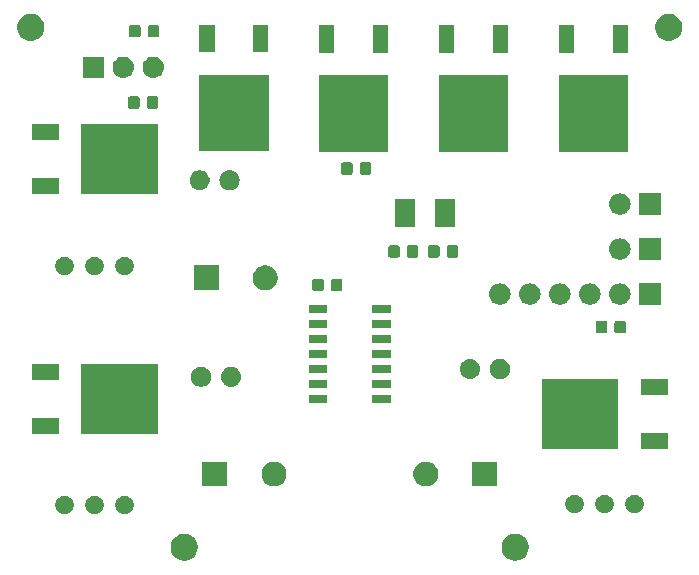
<source format=gts>
G04 #@! TF.GenerationSoftware,KiCad,Pcbnew,(5.1.0)-1*
G04 #@! TF.CreationDate,2019-07-03T00:11:45+02:00*
G04 #@! TF.ProjectId,Sequencer_board,53657175-656e-4636-9572-5f626f617264,V0-1*
G04 #@! TF.SameCoordinates,Original*
G04 #@! TF.FileFunction,Soldermask,Top*
G04 #@! TF.FilePolarity,Negative*
%FSLAX46Y46*%
G04 Gerber Fmt 4.6, Leading zero omitted, Abs format (unit mm)*
G04 Created by KiCad (PCBNEW (5.1.0)-1) date 2019-07-03 00:11:45*
%MOMM*%
%LPD*%
G04 APERTURE LIST*
%ADD10C,0.100000*%
G04 APERTURE END LIST*
D10*
G36*
X94224549Y-135871116D02*
G01*
X94335734Y-135893232D01*
X94545203Y-135979997D01*
X94733720Y-136105960D01*
X94894040Y-136266280D01*
X95020003Y-136454797D01*
X95106768Y-136664266D01*
X95151000Y-136886636D01*
X95151000Y-137113364D01*
X95106768Y-137335734D01*
X95020003Y-137545203D01*
X94894040Y-137733720D01*
X94733720Y-137894040D01*
X94545203Y-138020003D01*
X94335734Y-138106768D01*
X94224549Y-138128884D01*
X94113365Y-138151000D01*
X93886635Y-138151000D01*
X93775451Y-138128884D01*
X93664266Y-138106768D01*
X93454797Y-138020003D01*
X93266280Y-137894040D01*
X93105960Y-137733720D01*
X92979997Y-137545203D01*
X92893232Y-137335734D01*
X92849000Y-137113364D01*
X92849000Y-136886636D01*
X92893232Y-136664266D01*
X92979997Y-136454797D01*
X93105960Y-136266280D01*
X93266280Y-136105960D01*
X93454797Y-135979997D01*
X93664266Y-135893232D01*
X93775451Y-135871116D01*
X93886635Y-135849000D01*
X94113365Y-135849000D01*
X94224549Y-135871116D01*
X94224549Y-135871116D01*
G37*
G36*
X66224549Y-135871116D02*
G01*
X66335734Y-135893232D01*
X66545203Y-135979997D01*
X66733720Y-136105960D01*
X66894040Y-136266280D01*
X67020003Y-136454797D01*
X67106768Y-136664266D01*
X67151000Y-136886636D01*
X67151000Y-137113364D01*
X67106768Y-137335734D01*
X67020003Y-137545203D01*
X66894040Y-137733720D01*
X66733720Y-137894040D01*
X66545203Y-138020003D01*
X66335734Y-138106768D01*
X66224549Y-138128884D01*
X66113365Y-138151000D01*
X65886635Y-138151000D01*
X65775451Y-138128884D01*
X65664266Y-138106768D01*
X65454797Y-138020003D01*
X65266280Y-137894040D01*
X65105960Y-137733720D01*
X64979997Y-137545203D01*
X64893232Y-137335734D01*
X64849000Y-137113364D01*
X64849000Y-136886636D01*
X64893232Y-136664266D01*
X64979997Y-136454797D01*
X65105960Y-136266280D01*
X65266280Y-136105960D01*
X65454797Y-135979997D01*
X65664266Y-135893232D01*
X65775451Y-135871116D01*
X65886635Y-135849000D01*
X66113365Y-135849000D01*
X66224549Y-135871116D01*
X66224549Y-135871116D01*
G37*
G36*
X58520189Y-132665076D02*
G01*
X58619493Y-132684829D01*
X58759806Y-132742948D01*
X58886084Y-132827325D01*
X58993475Y-132934716D01*
X59077852Y-133060994D01*
X59135971Y-133201307D01*
X59165600Y-133350263D01*
X59165600Y-133502137D01*
X59135971Y-133651093D01*
X59077852Y-133791406D01*
X58993475Y-133917684D01*
X58886084Y-134025075D01*
X58759806Y-134109452D01*
X58619493Y-134167571D01*
X58520189Y-134187324D01*
X58470538Y-134197200D01*
X58318662Y-134197200D01*
X58269011Y-134187324D01*
X58169707Y-134167571D01*
X58029394Y-134109452D01*
X57903116Y-134025075D01*
X57795725Y-133917684D01*
X57711348Y-133791406D01*
X57653229Y-133651093D01*
X57623600Y-133502137D01*
X57623600Y-133350263D01*
X57653229Y-133201307D01*
X57711348Y-133060994D01*
X57795725Y-132934716D01*
X57903116Y-132827325D01*
X58029394Y-132742948D01*
X58169707Y-132684829D01*
X58269011Y-132665076D01*
X58318662Y-132655200D01*
X58470538Y-132655200D01*
X58520189Y-132665076D01*
X58520189Y-132665076D01*
G37*
G36*
X55980189Y-132665076D02*
G01*
X56079493Y-132684829D01*
X56219806Y-132742948D01*
X56346084Y-132827325D01*
X56453475Y-132934716D01*
X56537852Y-133060994D01*
X56595971Y-133201307D01*
X56625600Y-133350263D01*
X56625600Y-133502137D01*
X56595971Y-133651093D01*
X56537852Y-133791406D01*
X56453475Y-133917684D01*
X56346084Y-134025075D01*
X56219806Y-134109452D01*
X56079493Y-134167571D01*
X55980189Y-134187324D01*
X55930538Y-134197200D01*
X55778662Y-134197200D01*
X55729011Y-134187324D01*
X55629707Y-134167571D01*
X55489394Y-134109452D01*
X55363116Y-134025075D01*
X55255725Y-133917684D01*
X55171348Y-133791406D01*
X55113229Y-133651093D01*
X55083600Y-133502137D01*
X55083600Y-133350263D01*
X55113229Y-133201307D01*
X55171348Y-133060994D01*
X55255725Y-132934716D01*
X55363116Y-132827325D01*
X55489394Y-132742948D01*
X55629707Y-132684829D01*
X55729011Y-132665076D01*
X55778662Y-132655200D01*
X55930538Y-132655200D01*
X55980189Y-132665076D01*
X55980189Y-132665076D01*
G37*
G36*
X61060189Y-132665076D02*
G01*
X61159493Y-132684829D01*
X61299806Y-132742948D01*
X61426084Y-132827325D01*
X61533475Y-132934716D01*
X61617852Y-133060994D01*
X61675971Y-133201307D01*
X61705600Y-133350263D01*
X61705600Y-133502137D01*
X61675971Y-133651093D01*
X61617852Y-133791406D01*
X61533475Y-133917684D01*
X61426084Y-134025075D01*
X61299806Y-134109452D01*
X61159493Y-134167571D01*
X61060189Y-134187324D01*
X61010538Y-134197200D01*
X60858662Y-134197200D01*
X60809011Y-134187324D01*
X60709707Y-134167571D01*
X60569394Y-134109452D01*
X60443116Y-134025075D01*
X60335725Y-133917684D01*
X60251348Y-133791406D01*
X60193229Y-133651093D01*
X60163600Y-133502137D01*
X60163600Y-133350263D01*
X60193229Y-133201307D01*
X60251348Y-133060994D01*
X60335725Y-132934716D01*
X60443116Y-132827325D01*
X60569394Y-132742948D01*
X60709707Y-132684829D01*
X60809011Y-132665076D01*
X60858662Y-132655200D01*
X61010538Y-132655200D01*
X61060189Y-132665076D01*
X61060189Y-132665076D01*
G37*
G36*
X104240189Y-132588876D02*
G01*
X104339493Y-132608629D01*
X104479806Y-132666748D01*
X104606084Y-132751125D01*
X104713475Y-132858516D01*
X104797852Y-132984794D01*
X104855971Y-133125107D01*
X104885600Y-133274063D01*
X104885600Y-133425937D01*
X104855971Y-133574893D01*
X104797852Y-133715206D01*
X104713475Y-133841484D01*
X104606084Y-133948875D01*
X104479806Y-134033252D01*
X104339493Y-134091371D01*
X104248593Y-134109452D01*
X104190538Y-134121000D01*
X104038662Y-134121000D01*
X103980607Y-134109452D01*
X103889707Y-134091371D01*
X103749394Y-134033252D01*
X103623116Y-133948875D01*
X103515725Y-133841484D01*
X103431348Y-133715206D01*
X103373229Y-133574893D01*
X103343600Y-133425937D01*
X103343600Y-133274063D01*
X103373229Y-133125107D01*
X103431348Y-132984794D01*
X103515725Y-132858516D01*
X103623116Y-132751125D01*
X103749394Y-132666748D01*
X103889707Y-132608629D01*
X103989011Y-132588876D01*
X104038662Y-132579000D01*
X104190538Y-132579000D01*
X104240189Y-132588876D01*
X104240189Y-132588876D01*
G37*
G36*
X101700189Y-132588876D02*
G01*
X101799493Y-132608629D01*
X101939806Y-132666748D01*
X102066084Y-132751125D01*
X102173475Y-132858516D01*
X102257852Y-132984794D01*
X102315971Y-133125107D01*
X102345600Y-133274063D01*
X102345600Y-133425937D01*
X102315971Y-133574893D01*
X102257852Y-133715206D01*
X102173475Y-133841484D01*
X102066084Y-133948875D01*
X101939806Y-134033252D01*
X101799493Y-134091371D01*
X101708593Y-134109452D01*
X101650538Y-134121000D01*
X101498662Y-134121000D01*
X101440607Y-134109452D01*
X101349707Y-134091371D01*
X101209394Y-134033252D01*
X101083116Y-133948875D01*
X100975725Y-133841484D01*
X100891348Y-133715206D01*
X100833229Y-133574893D01*
X100803600Y-133425937D01*
X100803600Y-133274063D01*
X100833229Y-133125107D01*
X100891348Y-132984794D01*
X100975725Y-132858516D01*
X101083116Y-132751125D01*
X101209394Y-132666748D01*
X101349707Y-132608629D01*
X101449011Y-132588876D01*
X101498662Y-132579000D01*
X101650538Y-132579000D01*
X101700189Y-132588876D01*
X101700189Y-132588876D01*
G37*
G36*
X99160189Y-132588876D02*
G01*
X99259493Y-132608629D01*
X99399806Y-132666748D01*
X99526084Y-132751125D01*
X99633475Y-132858516D01*
X99717852Y-132984794D01*
X99775971Y-133125107D01*
X99805600Y-133274063D01*
X99805600Y-133425937D01*
X99775971Y-133574893D01*
X99717852Y-133715206D01*
X99633475Y-133841484D01*
X99526084Y-133948875D01*
X99399806Y-134033252D01*
X99259493Y-134091371D01*
X99168593Y-134109452D01*
X99110538Y-134121000D01*
X98958662Y-134121000D01*
X98900607Y-134109452D01*
X98809707Y-134091371D01*
X98669394Y-134033252D01*
X98543116Y-133948875D01*
X98435725Y-133841484D01*
X98351348Y-133715206D01*
X98293229Y-133574893D01*
X98263600Y-133425937D01*
X98263600Y-133274063D01*
X98293229Y-133125107D01*
X98351348Y-132984794D01*
X98435725Y-132858516D01*
X98543116Y-132751125D01*
X98669394Y-132666748D01*
X98809707Y-132608629D01*
X98909011Y-132588876D01*
X98958662Y-132579000D01*
X99110538Y-132579000D01*
X99160189Y-132588876D01*
X99160189Y-132588876D01*
G37*
G36*
X69631000Y-131861000D02*
G01*
X67529000Y-131861000D01*
X67529000Y-129759000D01*
X69631000Y-129759000D01*
X69631000Y-131861000D01*
X69631000Y-131861000D01*
G37*
G36*
X92491000Y-131861000D02*
G01*
X90389000Y-131861000D01*
X90389000Y-129759000D01*
X92491000Y-129759000D01*
X92491000Y-131861000D01*
X92491000Y-131861000D01*
G37*
G36*
X86746564Y-129799389D02*
G01*
X86937833Y-129878615D01*
X86937835Y-129878616D01*
X87109973Y-129993635D01*
X87256365Y-130140027D01*
X87371385Y-130312167D01*
X87450611Y-130503436D01*
X87491000Y-130706484D01*
X87491000Y-130913516D01*
X87450611Y-131116564D01*
X87371385Y-131307833D01*
X87371384Y-131307835D01*
X87256365Y-131479973D01*
X87109973Y-131626365D01*
X86937835Y-131741384D01*
X86937834Y-131741385D01*
X86937833Y-131741385D01*
X86746564Y-131820611D01*
X86543516Y-131861000D01*
X86336484Y-131861000D01*
X86133436Y-131820611D01*
X85942167Y-131741385D01*
X85942166Y-131741385D01*
X85942165Y-131741384D01*
X85770027Y-131626365D01*
X85623635Y-131479973D01*
X85508616Y-131307835D01*
X85508615Y-131307833D01*
X85429389Y-131116564D01*
X85389000Y-130913516D01*
X85389000Y-130706484D01*
X85429389Y-130503436D01*
X85508615Y-130312167D01*
X85623635Y-130140027D01*
X85770027Y-129993635D01*
X85942165Y-129878616D01*
X85942167Y-129878615D01*
X86133436Y-129799389D01*
X86336484Y-129759000D01*
X86543516Y-129759000D01*
X86746564Y-129799389D01*
X86746564Y-129799389D01*
G37*
G36*
X73886564Y-129799389D02*
G01*
X74077833Y-129878615D01*
X74077835Y-129878616D01*
X74249973Y-129993635D01*
X74396365Y-130140027D01*
X74511385Y-130312167D01*
X74590611Y-130503436D01*
X74631000Y-130706484D01*
X74631000Y-130913516D01*
X74590611Y-131116564D01*
X74511385Y-131307833D01*
X74511384Y-131307835D01*
X74396365Y-131479973D01*
X74249973Y-131626365D01*
X74077835Y-131741384D01*
X74077834Y-131741385D01*
X74077833Y-131741385D01*
X73886564Y-131820611D01*
X73683516Y-131861000D01*
X73476484Y-131861000D01*
X73273436Y-131820611D01*
X73082167Y-131741385D01*
X73082166Y-131741385D01*
X73082165Y-131741384D01*
X72910027Y-131626365D01*
X72763635Y-131479973D01*
X72648616Y-131307835D01*
X72648615Y-131307833D01*
X72569389Y-131116564D01*
X72529000Y-130913516D01*
X72529000Y-130706484D01*
X72569389Y-130503436D01*
X72648615Y-130312167D01*
X72763635Y-130140027D01*
X72910027Y-129993635D01*
X73082165Y-129878616D01*
X73082167Y-129878615D01*
X73273436Y-129799389D01*
X73476484Y-129759000D01*
X73683516Y-129759000D01*
X73886564Y-129799389D01*
X73886564Y-129799389D01*
G37*
G36*
X102751000Y-128681000D02*
G01*
X96249000Y-128681000D01*
X96249000Y-122779000D01*
X102751000Y-122779000D01*
X102751000Y-128681000D01*
X102751000Y-128681000D01*
G37*
G36*
X106951000Y-128661000D02*
G01*
X104649000Y-128661000D01*
X104649000Y-127359000D01*
X106951000Y-127359000D01*
X106951000Y-128661000D01*
X106951000Y-128661000D01*
G37*
G36*
X63771000Y-127411000D02*
G01*
X57269000Y-127411000D01*
X57269000Y-121509000D01*
X63771000Y-121509000D01*
X63771000Y-127411000D01*
X63771000Y-127411000D01*
G37*
G36*
X55371000Y-127391000D02*
G01*
X53069000Y-127391000D01*
X53069000Y-126089000D01*
X55371000Y-126089000D01*
X55371000Y-127391000D01*
X55371000Y-127391000D01*
G37*
G36*
X78111000Y-124811000D02*
G01*
X76509000Y-124811000D01*
X76509000Y-124109000D01*
X78111000Y-124109000D01*
X78111000Y-124811000D01*
X78111000Y-124811000D01*
G37*
G36*
X83511000Y-124811000D02*
G01*
X81909000Y-124811000D01*
X81909000Y-124109000D01*
X83511000Y-124109000D01*
X83511000Y-124811000D01*
X83511000Y-124811000D01*
G37*
G36*
X106951000Y-124101000D02*
G01*
X104649000Y-124101000D01*
X104649000Y-122799000D01*
X106951000Y-122799000D01*
X106951000Y-124101000D01*
X106951000Y-124101000D01*
G37*
G36*
X78111000Y-123541000D02*
G01*
X76509000Y-123541000D01*
X76509000Y-122839000D01*
X78111000Y-122839000D01*
X78111000Y-123541000D01*
X78111000Y-123541000D01*
G37*
G36*
X83511000Y-123541000D02*
G01*
X81909000Y-123541000D01*
X81909000Y-122839000D01*
X83511000Y-122839000D01*
X83511000Y-123541000D01*
X83511000Y-123541000D01*
G37*
G36*
X67659828Y-121762103D02*
G01*
X67814700Y-121826253D01*
X67954081Y-121919385D01*
X68072615Y-122037919D01*
X68165747Y-122177300D01*
X68229897Y-122332172D01*
X68262600Y-122496584D01*
X68262600Y-122664216D01*
X68229897Y-122828628D01*
X68165747Y-122983500D01*
X68072615Y-123122881D01*
X67954081Y-123241415D01*
X67814700Y-123334547D01*
X67659828Y-123398697D01*
X67495416Y-123431400D01*
X67327784Y-123431400D01*
X67163372Y-123398697D01*
X67008500Y-123334547D01*
X66869119Y-123241415D01*
X66750585Y-123122881D01*
X66657453Y-122983500D01*
X66593303Y-122828628D01*
X66560600Y-122664216D01*
X66560600Y-122496584D01*
X66593303Y-122332172D01*
X66657453Y-122177300D01*
X66750585Y-122037919D01*
X66869119Y-121919385D01*
X67008500Y-121826253D01*
X67163372Y-121762103D01*
X67327784Y-121729400D01*
X67495416Y-121729400D01*
X67659828Y-121762103D01*
X67659828Y-121762103D01*
G37*
G36*
X70118423Y-121741713D02*
G01*
X70278842Y-121790376D01*
X70411506Y-121861286D01*
X70426678Y-121869396D01*
X70556259Y-121975741D01*
X70662604Y-122105322D01*
X70662605Y-122105324D01*
X70741624Y-122253158D01*
X70790287Y-122413577D01*
X70806717Y-122580400D01*
X70790287Y-122747223D01*
X70741624Y-122907642D01*
X70701077Y-122983500D01*
X70662604Y-123055478D01*
X70556259Y-123185059D01*
X70426678Y-123291404D01*
X70426676Y-123291405D01*
X70278842Y-123370424D01*
X70118423Y-123419087D01*
X69993404Y-123431400D01*
X69909796Y-123431400D01*
X69784777Y-123419087D01*
X69624358Y-123370424D01*
X69476524Y-123291405D01*
X69476522Y-123291404D01*
X69346941Y-123185059D01*
X69240596Y-123055478D01*
X69202123Y-122983500D01*
X69161576Y-122907642D01*
X69112913Y-122747223D01*
X69096483Y-122580400D01*
X69112913Y-122413577D01*
X69161576Y-122253158D01*
X69240595Y-122105324D01*
X69240596Y-122105322D01*
X69346941Y-121975741D01*
X69476522Y-121869396D01*
X69491694Y-121861286D01*
X69624358Y-121790376D01*
X69784777Y-121741713D01*
X69909796Y-121729400D01*
X69993404Y-121729400D01*
X70118423Y-121741713D01*
X70118423Y-121741713D01*
G37*
G36*
X55371000Y-122831000D02*
G01*
X53069000Y-122831000D01*
X53069000Y-121529000D01*
X55371000Y-121529000D01*
X55371000Y-122831000D01*
X55371000Y-122831000D01*
G37*
G36*
X90336823Y-121081313D02*
G01*
X90497242Y-121129976D01*
X90564361Y-121165852D01*
X90645078Y-121208996D01*
X90774659Y-121315341D01*
X90881004Y-121444922D01*
X90881005Y-121444924D01*
X90960024Y-121592758D01*
X91008687Y-121753177D01*
X91025117Y-121920000D01*
X91008687Y-122086823D01*
X90960024Y-122247242D01*
X90919477Y-122323100D01*
X90881004Y-122395078D01*
X90774659Y-122524659D01*
X90645078Y-122631004D01*
X90645076Y-122631005D01*
X90497242Y-122710024D01*
X90336823Y-122758687D01*
X90211804Y-122771000D01*
X90128196Y-122771000D01*
X90003177Y-122758687D01*
X89842758Y-122710024D01*
X89694924Y-122631005D01*
X89694922Y-122631004D01*
X89565341Y-122524659D01*
X89458996Y-122395078D01*
X89420523Y-122323100D01*
X89379976Y-122247242D01*
X89331313Y-122086823D01*
X89314883Y-121920000D01*
X89331313Y-121753177D01*
X89379976Y-121592758D01*
X89458995Y-121444924D01*
X89458996Y-121444922D01*
X89565341Y-121315341D01*
X89694922Y-121208996D01*
X89775639Y-121165852D01*
X89842758Y-121129976D01*
X90003177Y-121081313D01*
X90128196Y-121069000D01*
X90211804Y-121069000D01*
X90336823Y-121081313D01*
X90336823Y-121081313D01*
G37*
G36*
X92958228Y-121101703D02*
G01*
X93113100Y-121165853D01*
X93252481Y-121258985D01*
X93371015Y-121377519D01*
X93464147Y-121516900D01*
X93528297Y-121671772D01*
X93561000Y-121836184D01*
X93561000Y-122003816D01*
X93528297Y-122168228D01*
X93464147Y-122323100D01*
X93371015Y-122462481D01*
X93252481Y-122581015D01*
X93113100Y-122674147D01*
X92958228Y-122738297D01*
X92793816Y-122771000D01*
X92626184Y-122771000D01*
X92461772Y-122738297D01*
X92306900Y-122674147D01*
X92167519Y-122581015D01*
X92048985Y-122462481D01*
X91955853Y-122323100D01*
X91891703Y-122168228D01*
X91859000Y-122003816D01*
X91859000Y-121836184D01*
X91891703Y-121671772D01*
X91955853Y-121516900D01*
X92048985Y-121377519D01*
X92167519Y-121258985D01*
X92306900Y-121165853D01*
X92461772Y-121101703D01*
X92626184Y-121069000D01*
X92793816Y-121069000D01*
X92958228Y-121101703D01*
X92958228Y-121101703D01*
G37*
G36*
X83511000Y-122271000D02*
G01*
X81909000Y-122271000D01*
X81909000Y-121569000D01*
X83511000Y-121569000D01*
X83511000Y-122271000D01*
X83511000Y-122271000D01*
G37*
G36*
X78111000Y-122271000D02*
G01*
X76509000Y-122271000D01*
X76509000Y-121569000D01*
X78111000Y-121569000D01*
X78111000Y-122271000D01*
X78111000Y-122271000D01*
G37*
G36*
X78111000Y-121001000D02*
G01*
X76509000Y-121001000D01*
X76509000Y-120299000D01*
X78111000Y-120299000D01*
X78111000Y-121001000D01*
X78111000Y-121001000D01*
G37*
G36*
X83511000Y-121001000D02*
G01*
X81909000Y-121001000D01*
X81909000Y-120299000D01*
X83511000Y-120299000D01*
X83511000Y-121001000D01*
X83511000Y-121001000D01*
G37*
G36*
X83511000Y-119731000D02*
G01*
X81909000Y-119731000D01*
X81909000Y-119029000D01*
X83511000Y-119029000D01*
X83511000Y-119731000D01*
X83511000Y-119731000D01*
G37*
G36*
X78111000Y-119731000D02*
G01*
X76509000Y-119731000D01*
X76509000Y-119029000D01*
X78111000Y-119029000D01*
X78111000Y-119731000D01*
X78111000Y-119731000D01*
G37*
G36*
X101662591Y-117842085D02*
G01*
X101696569Y-117852393D01*
X101727890Y-117869134D01*
X101755339Y-117891661D01*
X101777866Y-117919110D01*
X101794607Y-117950431D01*
X101804915Y-117984409D01*
X101809000Y-118025890D01*
X101809000Y-118702110D01*
X101804915Y-118743591D01*
X101794607Y-118777569D01*
X101777866Y-118808890D01*
X101755339Y-118836339D01*
X101727890Y-118858866D01*
X101696569Y-118875607D01*
X101662591Y-118885915D01*
X101621110Y-118890000D01*
X101019890Y-118890000D01*
X100978409Y-118885915D01*
X100944431Y-118875607D01*
X100913110Y-118858866D01*
X100885661Y-118836339D01*
X100863134Y-118808890D01*
X100846393Y-118777569D01*
X100836085Y-118743591D01*
X100832000Y-118702110D01*
X100832000Y-118025890D01*
X100836085Y-117984409D01*
X100846393Y-117950431D01*
X100863134Y-117919110D01*
X100885661Y-117891661D01*
X100913110Y-117869134D01*
X100944431Y-117852393D01*
X100978409Y-117842085D01*
X101019890Y-117838000D01*
X101621110Y-117838000D01*
X101662591Y-117842085D01*
X101662591Y-117842085D01*
G37*
G36*
X103237591Y-117842085D02*
G01*
X103271569Y-117852393D01*
X103302890Y-117869134D01*
X103330339Y-117891661D01*
X103352866Y-117919110D01*
X103369607Y-117950431D01*
X103379915Y-117984409D01*
X103384000Y-118025890D01*
X103384000Y-118702110D01*
X103379915Y-118743591D01*
X103369607Y-118777569D01*
X103352866Y-118808890D01*
X103330339Y-118836339D01*
X103302890Y-118858866D01*
X103271569Y-118875607D01*
X103237591Y-118885915D01*
X103196110Y-118890000D01*
X102594890Y-118890000D01*
X102553409Y-118885915D01*
X102519431Y-118875607D01*
X102488110Y-118858866D01*
X102460661Y-118836339D01*
X102438134Y-118808890D01*
X102421393Y-118777569D01*
X102411085Y-118743591D01*
X102407000Y-118702110D01*
X102407000Y-118025890D01*
X102411085Y-117984409D01*
X102421393Y-117950431D01*
X102438134Y-117919110D01*
X102460661Y-117891661D01*
X102488110Y-117869134D01*
X102519431Y-117852393D01*
X102553409Y-117842085D01*
X102594890Y-117838000D01*
X103196110Y-117838000D01*
X103237591Y-117842085D01*
X103237591Y-117842085D01*
G37*
G36*
X78111000Y-118461000D02*
G01*
X76509000Y-118461000D01*
X76509000Y-117759000D01*
X78111000Y-117759000D01*
X78111000Y-118461000D01*
X78111000Y-118461000D01*
G37*
G36*
X83511000Y-118461000D02*
G01*
X81909000Y-118461000D01*
X81909000Y-117759000D01*
X83511000Y-117759000D01*
X83511000Y-118461000D01*
X83511000Y-118461000D01*
G37*
G36*
X78111000Y-117191000D02*
G01*
X76509000Y-117191000D01*
X76509000Y-116489000D01*
X78111000Y-116489000D01*
X78111000Y-117191000D01*
X78111000Y-117191000D01*
G37*
G36*
X83511000Y-117191000D02*
G01*
X81909000Y-117191000D01*
X81909000Y-116489000D01*
X83511000Y-116489000D01*
X83511000Y-117191000D01*
X83511000Y-117191000D01*
G37*
G36*
X106311000Y-116471000D02*
G01*
X104509000Y-116471000D01*
X104509000Y-114669000D01*
X106311000Y-114669000D01*
X106311000Y-116471000D01*
X106311000Y-116471000D01*
G37*
G36*
X97900443Y-114675519D02*
G01*
X97966627Y-114682037D01*
X98136466Y-114733557D01*
X98292991Y-114817222D01*
X98328729Y-114846552D01*
X98430186Y-114929814D01*
X98499902Y-115014765D01*
X98542778Y-115067009D01*
X98626443Y-115223534D01*
X98677963Y-115393373D01*
X98695359Y-115570000D01*
X98677963Y-115746627D01*
X98626443Y-115916466D01*
X98542778Y-116072991D01*
X98513448Y-116108729D01*
X98430186Y-116210186D01*
X98328729Y-116293448D01*
X98292991Y-116322778D01*
X98136466Y-116406443D01*
X97966627Y-116457963D01*
X97900442Y-116464482D01*
X97834260Y-116471000D01*
X97745740Y-116471000D01*
X97679558Y-116464482D01*
X97613373Y-116457963D01*
X97443534Y-116406443D01*
X97287009Y-116322778D01*
X97251271Y-116293448D01*
X97149814Y-116210186D01*
X97066552Y-116108729D01*
X97037222Y-116072991D01*
X96953557Y-115916466D01*
X96902037Y-115746627D01*
X96884641Y-115570000D01*
X96902037Y-115393373D01*
X96953557Y-115223534D01*
X97037222Y-115067009D01*
X97080098Y-115014765D01*
X97149814Y-114929814D01*
X97251271Y-114846552D01*
X97287009Y-114817222D01*
X97443534Y-114733557D01*
X97613373Y-114682037D01*
X97679557Y-114675519D01*
X97745740Y-114669000D01*
X97834260Y-114669000D01*
X97900443Y-114675519D01*
X97900443Y-114675519D01*
G37*
G36*
X95360443Y-114675519D02*
G01*
X95426627Y-114682037D01*
X95596466Y-114733557D01*
X95752991Y-114817222D01*
X95788729Y-114846552D01*
X95890186Y-114929814D01*
X95959902Y-115014765D01*
X96002778Y-115067009D01*
X96086443Y-115223534D01*
X96137963Y-115393373D01*
X96155359Y-115570000D01*
X96137963Y-115746627D01*
X96086443Y-115916466D01*
X96002778Y-116072991D01*
X95973448Y-116108729D01*
X95890186Y-116210186D01*
X95788729Y-116293448D01*
X95752991Y-116322778D01*
X95596466Y-116406443D01*
X95426627Y-116457963D01*
X95360442Y-116464482D01*
X95294260Y-116471000D01*
X95205740Y-116471000D01*
X95139558Y-116464482D01*
X95073373Y-116457963D01*
X94903534Y-116406443D01*
X94747009Y-116322778D01*
X94711271Y-116293448D01*
X94609814Y-116210186D01*
X94526552Y-116108729D01*
X94497222Y-116072991D01*
X94413557Y-115916466D01*
X94362037Y-115746627D01*
X94344641Y-115570000D01*
X94362037Y-115393373D01*
X94413557Y-115223534D01*
X94497222Y-115067009D01*
X94540098Y-115014765D01*
X94609814Y-114929814D01*
X94711271Y-114846552D01*
X94747009Y-114817222D01*
X94903534Y-114733557D01*
X95073373Y-114682037D01*
X95139557Y-114675519D01*
X95205740Y-114669000D01*
X95294260Y-114669000D01*
X95360443Y-114675519D01*
X95360443Y-114675519D01*
G37*
G36*
X92820443Y-114675519D02*
G01*
X92886627Y-114682037D01*
X93056466Y-114733557D01*
X93212991Y-114817222D01*
X93248729Y-114846552D01*
X93350186Y-114929814D01*
X93419902Y-115014765D01*
X93462778Y-115067009D01*
X93546443Y-115223534D01*
X93597963Y-115393373D01*
X93615359Y-115570000D01*
X93597963Y-115746627D01*
X93546443Y-115916466D01*
X93462778Y-116072991D01*
X93433448Y-116108729D01*
X93350186Y-116210186D01*
X93248729Y-116293448D01*
X93212991Y-116322778D01*
X93056466Y-116406443D01*
X92886627Y-116457963D01*
X92820442Y-116464482D01*
X92754260Y-116471000D01*
X92665740Y-116471000D01*
X92599558Y-116464482D01*
X92533373Y-116457963D01*
X92363534Y-116406443D01*
X92207009Y-116322778D01*
X92171271Y-116293448D01*
X92069814Y-116210186D01*
X91986552Y-116108729D01*
X91957222Y-116072991D01*
X91873557Y-115916466D01*
X91822037Y-115746627D01*
X91804641Y-115570000D01*
X91822037Y-115393373D01*
X91873557Y-115223534D01*
X91957222Y-115067009D01*
X92000098Y-115014765D01*
X92069814Y-114929814D01*
X92171271Y-114846552D01*
X92207009Y-114817222D01*
X92363534Y-114733557D01*
X92533373Y-114682037D01*
X92599557Y-114675519D01*
X92665740Y-114669000D01*
X92754260Y-114669000D01*
X92820443Y-114675519D01*
X92820443Y-114675519D01*
G37*
G36*
X100440443Y-114675519D02*
G01*
X100506627Y-114682037D01*
X100676466Y-114733557D01*
X100832991Y-114817222D01*
X100868729Y-114846552D01*
X100970186Y-114929814D01*
X101039902Y-115014765D01*
X101082778Y-115067009D01*
X101166443Y-115223534D01*
X101217963Y-115393373D01*
X101235359Y-115570000D01*
X101217963Y-115746627D01*
X101166443Y-115916466D01*
X101082778Y-116072991D01*
X101053448Y-116108729D01*
X100970186Y-116210186D01*
X100868729Y-116293448D01*
X100832991Y-116322778D01*
X100676466Y-116406443D01*
X100506627Y-116457963D01*
X100440442Y-116464482D01*
X100374260Y-116471000D01*
X100285740Y-116471000D01*
X100219558Y-116464482D01*
X100153373Y-116457963D01*
X99983534Y-116406443D01*
X99827009Y-116322778D01*
X99791271Y-116293448D01*
X99689814Y-116210186D01*
X99606552Y-116108729D01*
X99577222Y-116072991D01*
X99493557Y-115916466D01*
X99442037Y-115746627D01*
X99424641Y-115570000D01*
X99442037Y-115393373D01*
X99493557Y-115223534D01*
X99577222Y-115067009D01*
X99620098Y-115014765D01*
X99689814Y-114929814D01*
X99791271Y-114846552D01*
X99827009Y-114817222D01*
X99983534Y-114733557D01*
X100153373Y-114682037D01*
X100219557Y-114675519D01*
X100285740Y-114669000D01*
X100374260Y-114669000D01*
X100440443Y-114675519D01*
X100440443Y-114675519D01*
G37*
G36*
X102980443Y-114675519D02*
G01*
X103046627Y-114682037D01*
X103216466Y-114733557D01*
X103372991Y-114817222D01*
X103408729Y-114846552D01*
X103510186Y-114929814D01*
X103579902Y-115014765D01*
X103622778Y-115067009D01*
X103706443Y-115223534D01*
X103757963Y-115393373D01*
X103775359Y-115570000D01*
X103757963Y-115746627D01*
X103706443Y-115916466D01*
X103622778Y-116072991D01*
X103593448Y-116108729D01*
X103510186Y-116210186D01*
X103408729Y-116293448D01*
X103372991Y-116322778D01*
X103216466Y-116406443D01*
X103046627Y-116457963D01*
X102980442Y-116464482D01*
X102914260Y-116471000D01*
X102825740Y-116471000D01*
X102759558Y-116464482D01*
X102693373Y-116457963D01*
X102523534Y-116406443D01*
X102367009Y-116322778D01*
X102331271Y-116293448D01*
X102229814Y-116210186D01*
X102146552Y-116108729D01*
X102117222Y-116072991D01*
X102033557Y-115916466D01*
X101982037Y-115746627D01*
X101964641Y-115570000D01*
X101982037Y-115393373D01*
X102033557Y-115223534D01*
X102117222Y-115067009D01*
X102160098Y-115014765D01*
X102229814Y-114929814D01*
X102331271Y-114846552D01*
X102367009Y-114817222D01*
X102523534Y-114733557D01*
X102693373Y-114682037D01*
X102759557Y-114675519D01*
X102825740Y-114669000D01*
X102914260Y-114669000D01*
X102980443Y-114675519D01*
X102980443Y-114675519D01*
G37*
G36*
X77659491Y-114286085D02*
G01*
X77693469Y-114296393D01*
X77724790Y-114313134D01*
X77752239Y-114335661D01*
X77774766Y-114363110D01*
X77791507Y-114394431D01*
X77801815Y-114428409D01*
X77805900Y-114469890D01*
X77805900Y-115146110D01*
X77801815Y-115187591D01*
X77791507Y-115221569D01*
X77774766Y-115252890D01*
X77752239Y-115280339D01*
X77724790Y-115302866D01*
X77693469Y-115319607D01*
X77659491Y-115329915D01*
X77618010Y-115334000D01*
X77016790Y-115334000D01*
X76975309Y-115329915D01*
X76941331Y-115319607D01*
X76910010Y-115302866D01*
X76882561Y-115280339D01*
X76860034Y-115252890D01*
X76843293Y-115221569D01*
X76832985Y-115187591D01*
X76828900Y-115146110D01*
X76828900Y-114469890D01*
X76832985Y-114428409D01*
X76843293Y-114394431D01*
X76860034Y-114363110D01*
X76882561Y-114335661D01*
X76910010Y-114313134D01*
X76941331Y-114296393D01*
X76975309Y-114286085D01*
X77016790Y-114282000D01*
X77618010Y-114282000D01*
X77659491Y-114286085D01*
X77659491Y-114286085D01*
G37*
G36*
X79234491Y-114286085D02*
G01*
X79268469Y-114296393D01*
X79299790Y-114313134D01*
X79327239Y-114335661D01*
X79349766Y-114363110D01*
X79366507Y-114394431D01*
X79376815Y-114428409D01*
X79380900Y-114469890D01*
X79380900Y-115146110D01*
X79376815Y-115187591D01*
X79366507Y-115221569D01*
X79349766Y-115252890D01*
X79327239Y-115280339D01*
X79299790Y-115302866D01*
X79268469Y-115319607D01*
X79234491Y-115329915D01*
X79193010Y-115334000D01*
X78591790Y-115334000D01*
X78550309Y-115329915D01*
X78516331Y-115319607D01*
X78485010Y-115302866D01*
X78457561Y-115280339D01*
X78435034Y-115252890D01*
X78418293Y-115221569D01*
X78407985Y-115187591D01*
X78403900Y-115146110D01*
X78403900Y-114469890D01*
X78407985Y-114428409D01*
X78418293Y-114394431D01*
X78435034Y-114363110D01*
X78457561Y-114335661D01*
X78485010Y-114313134D01*
X78516331Y-114296393D01*
X78550309Y-114286085D01*
X78591790Y-114282000D01*
X79193010Y-114282000D01*
X79234491Y-114286085D01*
X79234491Y-114286085D01*
G37*
G36*
X68894400Y-115249400D02*
G01*
X66792400Y-115249400D01*
X66792400Y-113147400D01*
X68894400Y-113147400D01*
X68894400Y-115249400D01*
X68894400Y-115249400D01*
G37*
G36*
X73149964Y-113187789D02*
G01*
X73341233Y-113267015D01*
X73341235Y-113267016D01*
X73366261Y-113283738D01*
X73513373Y-113382035D01*
X73659765Y-113528427D01*
X73774785Y-113700567D01*
X73854011Y-113891836D01*
X73894400Y-114094884D01*
X73894400Y-114301916D01*
X73854011Y-114504964D01*
X73845194Y-114526250D01*
X73774784Y-114696235D01*
X73659765Y-114868373D01*
X73513373Y-115014765D01*
X73341235Y-115129784D01*
X73341234Y-115129785D01*
X73341233Y-115129785D01*
X73149964Y-115209011D01*
X72946916Y-115249400D01*
X72739884Y-115249400D01*
X72536836Y-115209011D01*
X72345567Y-115129785D01*
X72345566Y-115129785D01*
X72345565Y-115129784D01*
X72173427Y-115014765D01*
X72027035Y-114868373D01*
X71912016Y-114696235D01*
X71841606Y-114526250D01*
X71832789Y-114504964D01*
X71792400Y-114301916D01*
X71792400Y-114094884D01*
X71832789Y-113891836D01*
X71912015Y-113700567D01*
X72027035Y-113528427D01*
X72173427Y-113382035D01*
X72320539Y-113283738D01*
X72345565Y-113267016D01*
X72345567Y-113267015D01*
X72536836Y-113187789D01*
X72739884Y-113147400D01*
X72946916Y-113147400D01*
X73149964Y-113187789D01*
X73149964Y-113187789D01*
G37*
G36*
X58520189Y-112446676D02*
G01*
X58619493Y-112466429D01*
X58759806Y-112524548D01*
X58886084Y-112608925D01*
X58993475Y-112716316D01*
X59077852Y-112842594D01*
X59135971Y-112982907D01*
X59165600Y-113131863D01*
X59165600Y-113283737D01*
X59135971Y-113432693D01*
X59077852Y-113573006D01*
X58993475Y-113699284D01*
X58886084Y-113806675D01*
X58759806Y-113891052D01*
X58619493Y-113949171D01*
X58520189Y-113968924D01*
X58470538Y-113978800D01*
X58318662Y-113978800D01*
X58269011Y-113968924D01*
X58169707Y-113949171D01*
X58029394Y-113891052D01*
X57903116Y-113806675D01*
X57795725Y-113699284D01*
X57711348Y-113573006D01*
X57653229Y-113432693D01*
X57623600Y-113283737D01*
X57623600Y-113131863D01*
X57653229Y-112982907D01*
X57711348Y-112842594D01*
X57795725Y-112716316D01*
X57903116Y-112608925D01*
X58029394Y-112524548D01*
X58169707Y-112466429D01*
X58269011Y-112446676D01*
X58318662Y-112436800D01*
X58470538Y-112436800D01*
X58520189Y-112446676D01*
X58520189Y-112446676D01*
G37*
G36*
X61060189Y-112446676D02*
G01*
X61159493Y-112466429D01*
X61299806Y-112524548D01*
X61426084Y-112608925D01*
X61533475Y-112716316D01*
X61617852Y-112842594D01*
X61675971Y-112982907D01*
X61705600Y-113131863D01*
X61705600Y-113283737D01*
X61675971Y-113432693D01*
X61617852Y-113573006D01*
X61533475Y-113699284D01*
X61426084Y-113806675D01*
X61299806Y-113891052D01*
X61159493Y-113949171D01*
X61060189Y-113968924D01*
X61010538Y-113978800D01*
X60858662Y-113978800D01*
X60809011Y-113968924D01*
X60709707Y-113949171D01*
X60569394Y-113891052D01*
X60443116Y-113806675D01*
X60335725Y-113699284D01*
X60251348Y-113573006D01*
X60193229Y-113432693D01*
X60163600Y-113283737D01*
X60163600Y-113131863D01*
X60193229Y-112982907D01*
X60251348Y-112842594D01*
X60335725Y-112716316D01*
X60443116Y-112608925D01*
X60569394Y-112524548D01*
X60709707Y-112466429D01*
X60809011Y-112446676D01*
X60858662Y-112436800D01*
X61010538Y-112436800D01*
X61060189Y-112446676D01*
X61060189Y-112446676D01*
G37*
G36*
X55980189Y-112446676D02*
G01*
X56079493Y-112466429D01*
X56219806Y-112524548D01*
X56346084Y-112608925D01*
X56453475Y-112716316D01*
X56537852Y-112842594D01*
X56595971Y-112982907D01*
X56625600Y-113131863D01*
X56625600Y-113283737D01*
X56595971Y-113432693D01*
X56537852Y-113573006D01*
X56453475Y-113699284D01*
X56346084Y-113806675D01*
X56219806Y-113891052D01*
X56079493Y-113949171D01*
X55980189Y-113968924D01*
X55930538Y-113978800D01*
X55778662Y-113978800D01*
X55729011Y-113968924D01*
X55629707Y-113949171D01*
X55489394Y-113891052D01*
X55363116Y-113806675D01*
X55255725Y-113699284D01*
X55171348Y-113573006D01*
X55113229Y-113432693D01*
X55083600Y-113283737D01*
X55083600Y-113131863D01*
X55113229Y-112982907D01*
X55171348Y-112842594D01*
X55255725Y-112716316D01*
X55363116Y-112608925D01*
X55489394Y-112524548D01*
X55629707Y-112466429D01*
X55729011Y-112446676D01*
X55778662Y-112436800D01*
X55930538Y-112436800D01*
X55980189Y-112446676D01*
X55980189Y-112446676D01*
G37*
G36*
X106311000Y-112661000D02*
G01*
X104509000Y-112661000D01*
X104509000Y-110859000D01*
X106311000Y-110859000D01*
X106311000Y-112661000D01*
X106311000Y-112661000D01*
G37*
G36*
X102980442Y-110865518D02*
G01*
X103046627Y-110872037D01*
X103216466Y-110923557D01*
X103372991Y-111007222D01*
X103408729Y-111036552D01*
X103510186Y-111119814D01*
X103593448Y-111221271D01*
X103622778Y-111257009D01*
X103706443Y-111413534D01*
X103757963Y-111583373D01*
X103775359Y-111760000D01*
X103757963Y-111936627D01*
X103706443Y-112106466D01*
X103622778Y-112262991D01*
X103593448Y-112298729D01*
X103510186Y-112400186D01*
X103408729Y-112483448D01*
X103372991Y-112512778D01*
X103216466Y-112596443D01*
X103046627Y-112647963D01*
X102980442Y-112654482D01*
X102914260Y-112661000D01*
X102825740Y-112661000D01*
X102759558Y-112654482D01*
X102693373Y-112647963D01*
X102523534Y-112596443D01*
X102367009Y-112512778D01*
X102331271Y-112483448D01*
X102229814Y-112400186D01*
X102146552Y-112298729D01*
X102117222Y-112262991D01*
X102033557Y-112106466D01*
X101982037Y-111936627D01*
X101964641Y-111760000D01*
X101982037Y-111583373D01*
X102033557Y-111413534D01*
X102117222Y-111257009D01*
X102146552Y-111221271D01*
X102229814Y-111119814D01*
X102331271Y-111036552D01*
X102367009Y-111007222D01*
X102523534Y-110923557D01*
X102693373Y-110872037D01*
X102759558Y-110865518D01*
X102825740Y-110859000D01*
X102914260Y-110859000D01*
X102980442Y-110865518D01*
X102980442Y-110865518D01*
G37*
G36*
X89038891Y-111441285D02*
G01*
X89072869Y-111451593D01*
X89104190Y-111468334D01*
X89131639Y-111490861D01*
X89154166Y-111518310D01*
X89170907Y-111549631D01*
X89181215Y-111583609D01*
X89185300Y-111625090D01*
X89185300Y-112301310D01*
X89181215Y-112342791D01*
X89170907Y-112376769D01*
X89154166Y-112408090D01*
X89131639Y-112435539D01*
X89104190Y-112458066D01*
X89072869Y-112474807D01*
X89038891Y-112485115D01*
X88997410Y-112489200D01*
X88396190Y-112489200D01*
X88354709Y-112485115D01*
X88320731Y-112474807D01*
X88289410Y-112458066D01*
X88261961Y-112435539D01*
X88239434Y-112408090D01*
X88222693Y-112376769D01*
X88212385Y-112342791D01*
X88208300Y-112301310D01*
X88208300Y-111625090D01*
X88212385Y-111583609D01*
X88222693Y-111549631D01*
X88239434Y-111518310D01*
X88261961Y-111490861D01*
X88289410Y-111468334D01*
X88320731Y-111451593D01*
X88354709Y-111441285D01*
X88396190Y-111437200D01*
X88997410Y-111437200D01*
X89038891Y-111441285D01*
X89038891Y-111441285D01*
G37*
G36*
X84085791Y-111441285D02*
G01*
X84119769Y-111451593D01*
X84151090Y-111468334D01*
X84178539Y-111490861D01*
X84201066Y-111518310D01*
X84217807Y-111549631D01*
X84228115Y-111583609D01*
X84232200Y-111625090D01*
X84232200Y-112301310D01*
X84228115Y-112342791D01*
X84217807Y-112376769D01*
X84201066Y-112408090D01*
X84178539Y-112435539D01*
X84151090Y-112458066D01*
X84119769Y-112474807D01*
X84085791Y-112485115D01*
X84044310Y-112489200D01*
X83443090Y-112489200D01*
X83401609Y-112485115D01*
X83367631Y-112474807D01*
X83336310Y-112458066D01*
X83308861Y-112435539D01*
X83286334Y-112408090D01*
X83269593Y-112376769D01*
X83259285Y-112342791D01*
X83255200Y-112301310D01*
X83255200Y-111625090D01*
X83259285Y-111583609D01*
X83269593Y-111549631D01*
X83286334Y-111518310D01*
X83308861Y-111490861D01*
X83336310Y-111468334D01*
X83367631Y-111451593D01*
X83401609Y-111441285D01*
X83443090Y-111437200D01*
X84044310Y-111437200D01*
X84085791Y-111441285D01*
X84085791Y-111441285D01*
G37*
G36*
X85660791Y-111441285D02*
G01*
X85694769Y-111451593D01*
X85726090Y-111468334D01*
X85753539Y-111490861D01*
X85776066Y-111518310D01*
X85792807Y-111549631D01*
X85803115Y-111583609D01*
X85807200Y-111625090D01*
X85807200Y-112301310D01*
X85803115Y-112342791D01*
X85792807Y-112376769D01*
X85776066Y-112408090D01*
X85753539Y-112435539D01*
X85726090Y-112458066D01*
X85694769Y-112474807D01*
X85660791Y-112485115D01*
X85619310Y-112489200D01*
X85018090Y-112489200D01*
X84976609Y-112485115D01*
X84942631Y-112474807D01*
X84911310Y-112458066D01*
X84883861Y-112435539D01*
X84861334Y-112408090D01*
X84844593Y-112376769D01*
X84834285Y-112342791D01*
X84830200Y-112301310D01*
X84830200Y-111625090D01*
X84834285Y-111583609D01*
X84844593Y-111549631D01*
X84861334Y-111518310D01*
X84883861Y-111490861D01*
X84911310Y-111468334D01*
X84942631Y-111451593D01*
X84976609Y-111441285D01*
X85018090Y-111437200D01*
X85619310Y-111437200D01*
X85660791Y-111441285D01*
X85660791Y-111441285D01*
G37*
G36*
X87463891Y-111441285D02*
G01*
X87497869Y-111451593D01*
X87529190Y-111468334D01*
X87556639Y-111490861D01*
X87579166Y-111518310D01*
X87595907Y-111549631D01*
X87606215Y-111583609D01*
X87610300Y-111625090D01*
X87610300Y-112301310D01*
X87606215Y-112342791D01*
X87595907Y-112376769D01*
X87579166Y-112408090D01*
X87556639Y-112435539D01*
X87529190Y-112458066D01*
X87497869Y-112474807D01*
X87463891Y-112485115D01*
X87422410Y-112489200D01*
X86821190Y-112489200D01*
X86779709Y-112485115D01*
X86745731Y-112474807D01*
X86714410Y-112458066D01*
X86686961Y-112435539D01*
X86664434Y-112408090D01*
X86647693Y-112376769D01*
X86637385Y-112342791D01*
X86633300Y-112301310D01*
X86633300Y-111625090D01*
X86637385Y-111583609D01*
X86647693Y-111549631D01*
X86664434Y-111518310D01*
X86686961Y-111490861D01*
X86714410Y-111468334D01*
X86745731Y-111451593D01*
X86779709Y-111441285D01*
X86821190Y-111437200D01*
X87422410Y-111437200D01*
X87463891Y-111441285D01*
X87463891Y-111441285D01*
G37*
G36*
X88934600Y-109918600D02*
G01*
X87232600Y-109918600D01*
X87232600Y-107566600D01*
X88934600Y-107566600D01*
X88934600Y-109918600D01*
X88934600Y-109918600D01*
G37*
G36*
X85534600Y-109918600D02*
G01*
X83832600Y-109918600D01*
X83832600Y-107566600D01*
X85534600Y-107566600D01*
X85534600Y-109918600D01*
X85534600Y-109918600D01*
G37*
G36*
X102980442Y-107055518D02*
G01*
X103046627Y-107062037D01*
X103216466Y-107113557D01*
X103372991Y-107197222D01*
X103408729Y-107226552D01*
X103510186Y-107309814D01*
X103593448Y-107411271D01*
X103622778Y-107447009D01*
X103706443Y-107603534D01*
X103757963Y-107773373D01*
X103775359Y-107950000D01*
X103757963Y-108126627D01*
X103706443Y-108296466D01*
X103622778Y-108452991D01*
X103593448Y-108488729D01*
X103510186Y-108590186D01*
X103408729Y-108673448D01*
X103372991Y-108702778D01*
X103216466Y-108786443D01*
X103046627Y-108837963D01*
X102980442Y-108844482D01*
X102914260Y-108851000D01*
X102825740Y-108851000D01*
X102759558Y-108844482D01*
X102693373Y-108837963D01*
X102523534Y-108786443D01*
X102367009Y-108702778D01*
X102331271Y-108673448D01*
X102229814Y-108590186D01*
X102146552Y-108488729D01*
X102117222Y-108452991D01*
X102033557Y-108296466D01*
X101982037Y-108126627D01*
X101964641Y-107950000D01*
X101982037Y-107773373D01*
X102033557Y-107603534D01*
X102117222Y-107447009D01*
X102146552Y-107411271D01*
X102229814Y-107309814D01*
X102331271Y-107226552D01*
X102367009Y-107197222D01*
X102523534Y-107113557D01*
X102693373Y-107062037D01*
X102759558Y-107055518D01*
X102825740Y-107049000D01*
X102914260Y-107049000D01*
X102980442Y-107055518D01*
X102980442Y-107055518D01*
G37*
G36*
X106311000Y-108851000D02*
G01*
X104509000Y-108851000D01*
X104509000Y-107049000D01*
X106311000Y-107049000D01*
X106311000Y-108851000D01*
X106311000Y-108851000D01*
G37*
G36*
X63771000Y-107091000D02*
G01*
X57269000Y-107091000D01*
X57269000Y-101189000D01*
X63771000Y-101189000D01*
X63771000Y-107091000D01*
X63771000Y-107091000D01*
G37*
G36*
X55371000Y-107071000D02*
G01*
X53069000Y-107071000D01*
X53069000Y-105769000D01*
X55371000Y-105769000D01*
X55371000Y-107071000D01*
X55371000Y-107071000D01*
G37*
G36*
X69991423Y-105104713D02*
G01*
X70151842Y-105153376D01*
X70218961Y-105189252D01*
X70299678Y-105232396D01*
X70429259Y-105338741D01*
X70535604Y-105468322D01*
X70535605Y-105468324D01*
X70614624Y-105616158D01*
X70663287Y-105776577D01*
X70679717Y-105943400D01*
X70663287Y-106110223D01*
X70614624Y-106270642D01*
X70574077Y-106346500D01*
X70535604Y-106418478D01*
X70429259Y-106548059D01*
X70299678Y-106654404D01*
X70299676Y-106654405D01*
X70151842Y-106733424D01*
X69991423Y-106782087D01*
X69866404Y-106794400D01*
X69782796Y-106794400D01*
X69657777Y-106782087D01*
X69497358Y-106733424D01*
X69349524Y-106654405D01*
X69349522Y-106654404D01*
X69219941Y-106548059D01*
X69113596Y-106418478D01*
X69075123Y-106346500D01*
X69034576Y-106270642D01*
X68985913Y-106110223D01*
X68969483Y-105943400D01*
X68985913Y-105776577D01*
X69034576Y-105616158D01*
X69113595Y-105468324D01*
X69113596Y-105468322D01*
X69219941Y-105338741D01*
X69349522Y-105232396D01*
X69430239Y-105189252D01*
X69497358Y-105153376D01*
X69657777Y-105104713D01*
X69782796Y-105092400D01*
X69866404Y-105092400D01*
X69991423Y-105104713D01*
X69991423Y-105104713D01*
G37*
G36*
X67532828Y-105125103D02*
G01*
X67687700Y-105189253D01*
X67827081Y-105282385D01*
X67945615Y-105400919D01*
X68038747Y-105540300D01*
X68102897Y-105695172D01*
X68135600Y-105859584D01*
X68135600Y-106027216D01*
X68102897Y-106191628D01*
X68038747Y-106346500D01*
X67945615Y-106485881D01*
X67827081Y-106604415D01*
X67687700Y-106697547D01*
X67532828Y-106761697D01*
X67368416Y-106794400D01*
X67200784Y-106794400D01*
X67036372Y-106761697D01*
X66881500Y-106697547D01*
X66742119Y-106604415D01*
X66623585Y-106485881D01*
X66530453Y-106346500D01*
X66466303Y-106191628D01*
X66433600Y-106027216D01*
X66433600Y-105859584D01*
X66466303Y-105695172D01*
X66530453Y-105540300D01*
X66623585Y-105400919D01*
X66742119Y-105282385D01*
X66881500Y-105189253D01*
X67036372Y-105125103D01*
X67200784Y-105092400D01*
X67368416Y-105092400D01*
X67532828Y-105125103D01*
X67532828Y-105125103D01*
G37*
G36*
X80097891Y-104430885D02*
G01*
X80131869Y-104441193D01*
X80163190Y-104457934D01*
X80190639Y-104480461D01*
X80213166Y-104507910D01*
X80229907Y-104539231D01*
X80240215Y-104573209D01*
X80244300Y-104614690D01*
X80244300Y-105290910D01*
X80240215Y-105332391D01*
X80229907Y-105366369D01*
X80213166Y-105397690D01*
X80190639Y-105425139D01*
X80163190Y-105447666D01*
X80131869Y-105464407D01*
X80097891Y-105474715D01*
X80056410Y-105478800D01*
X79455190Y-105478800D01*
X79413709Y-105474715D01*
X79379731Y-105464407D01*
X79348410Y-105447666D01*
X79320961Y-105425139D01*
X79298434Y-105397690D01*
X79281693Y-105366369D01*
X79271385Y-105332391D01*
X79267300Y-105290910D01*
X79267300Y-104614690D01*
X79271385Y-104573209D01*
X79281693Y-104539231D01*
X79298434Y-104507910D01*
X79320961Y-104480461D01*
X79348410Y-104457934D01*
X79379731Y-104441193D01*
X79413709Y-104430885D01*
X79455190Y-104426800D01*
X80056410Y-104426800D01*
X80097891Y-104430885D01*
X80097891Y-104430885D01*
G37*
G36*
X81672891Y-104430885D02*
G01*
X81706869Y-104441193D01*
X81738190Y-104457934D01*
X81765639Y-104480461D01*
X81788166Y-104507910D01*
X81804907Y-104539231D01*
X81815215Y-104573209D01*
X81819300Y-104614690D01*
X81819300Y-105290910D01*
X81815215Y-105332391D01*
X81804907Y-105366369D01*
X81788166Y-105397690D01*
X81765639Y-105425139D01*
X81738190Y-105447666D01*
X81706869Y-105464407D01*
X81672891Y-105474715D01*
X81631410Y-105478800D01*
X81030190Y-105478800D01*
X80988709Y-105474715D01*
X80954731Y-105464407D01*
X80923410Y-105447666D01*
X80895961Y-105425139D01*
X80873434Y-105397690D01*
X80856693Y-105366369D01*
X80846385Y-105332391D01*
X80842300Y-105290910D01*
X80842300Y-104614690D01*
X80846385Y-104573209D01*
X80856693Y-104539231D01*
X80873434Y-104507910D01*
X80895961Y-104480461D01*
X80923410Y-104457934D01*
X80954731Y-104441193D01*
X80988709Y-104430885D01*
X81030190Y-104426800D01*
X81631410Y-104426800D01*
X81672891Y-104430885D01*
X81672891Y-104430885D01*
G37*
G36*
X83266800Y-103531000D02*
G01*
X77364800Y-103531000D01*
X77364800Y-97029000D01*
X83266800Y-97029000D01*
X83266800Y-103531000D01*
X83266800Y-103531000D01*
G37*
G36*
X103585800Y-103530200D02*
G01*
X97683800Y-103530200D01*
X97683800Y-97028200D01*
X103585800Y-97028200D01*
X103585800Y-103530200D01*
X103585800Y-103530200D01*
G37*
G36*
X93425800Y-103530200D02*
G01*
X87523800Y-103530200D01*
X87523800Y-97028200D01*
X93425800Y-97028200D01*
X93425800Y-103530200D01*
X93425800Y-103530200D01*
G37*
G36*
X73131200Y-103504800D02*
G01*
X67229200Y-103504800D01*
X67229200Y-97002800D01*
X73131200Y-97002800D01*
X73131200Y-103504800D01*
X73131200Y-103504800D01*
G37*
G36*
X55371000Y-102511000D02*
G01*
X53069000Y-102511000D01*
X53069000Y-101209000D01*
X55371000Y-101209000D01*
X55371000Y-102511000D01*
X55371000Y-102511000D01*
G37*
G36*
X62063991Y-98842885D02*
G01*
X62097969Y-98853193D01*
X62129290Y-98869934D01*
X62156739Y-98892461D01*
X62179266Y-98919910D01*
X62196007Y-98951231D01*
X62206315Y-98985209D01*
X62210400Y-99026690D01*
X62210400Y-99702910D01*
X62206315Y-99744391D01*
X62196007Y-99778369D01*
X62179266Y-99809690D01*
X62156739Y-99837139D01*
X62129290Y-99859666D01*
X62097969Y-99876407D01*
X62063991Y-99886715D01*
X62022510Y-99890800D01*
X61421290Y-99890800D01*
X61379809Y-99886715D01*
X61345831Y-99876407D01*
X61314510Y-99859666D01*
X61287061Y-99837139D01*
X61264534Y-99809690D01*
X61247793Y-99778369D01*
X61237485Y-99744391D01*
X61233400Y-99702910D01*
X61233400Y-99026690D01*
X61237485Y-98985209D01*
X61247793Y-98951231D01*
X61264534Y-98919910D01*
X61287061Y-98892461D01*
X61314510Y-98869934D01*
X61345831Y-98853193D01*
X61379809Y-98842885D01*
X61421290Y-98838800D01*
X62022510Y-98838800D01*
X62063991Y-98842885D01*
X62063991Y-98842885D01*
G37*
G36*
X63638991Y-98842885D02*
G01*
X63672969Y-98853193D01*
X63704290Y-98869934D01*
X63731739Y-98892461D01*
X63754266Y-98919910D01*
X63771007Y-98951231D01*
X63781315Y-98985209D01*
X63785400Y-99026690D01*
X63785400Y-99702910D01*
X63781315Y-99744391D01*
X63771007Y-99778369D01*
X63754266Y-99809690D01*
X63731739Y-99837139D01*
X63704290Y-99859666D01*
X63672969Y-99876407D01*
X63638991Y-99886715D01*
X63597510Y-99890800D01*
X62996290Y-99890800D01*
X62954809Y-99886715D01*
X62920831Y-99876407D01*
X62889510Y-99859666D01*
X62862061Y-99837139D01*
X62839534Y-99809690D01*
X62822793Y-99778369D01*
X62812485Y-99744391D01*
X62808400Y-99702910D01*
X62808400Y-99026690D01*
X62812485Y-98985209D01*
X62822793Y-98951231D01*
X62839534Y-98919910D01*
X62862061Y-98892461D01*
X62889510Y-98869934D01*
X62920831Y-98853193D01*
X62954809Y-98842885D01*
X62996290Y-98838800D01*
X63597510Y-98838800D01*
X63638991Y-98842885D01*
X63638991Y-98842885D01*
G37*
G36*
X60943443Y-95473119D02*
G01*
X61009627Y-95479637D01*
X61179466Y-95531157D01*
X61335991Y-95614822D01*
X61371729Y-95644152D01*
X61473186Y-95727414D01*
X61556448Y-95828871D01*
X61585778Y-95864609D01*
X61669443Y-96021134D01*
X61720963Y-96190973D01*
X61738359Y-96367600D01*
X61720963Y-96544227D01*
X61669443Y-96714066D01*
X61585778Y-96870591D01*
X61556448Y-96906329D01*
X61473186Y-97007786D01*
X61371729Y-97091048D01*
X61335991Y-97120378D01*
X61179466Y-97204043D01*
X61009627Y-97255563D01*
X60943443Y-97262081D01*
X60877260Y-97268600D01*
X60788740Y-97268600D01*
X60722557Y-97262081D01*
X60656373Y-97255563D01*
X60486534Y-97204043D01*
X60330009Y-97120378D01*
X60294271Y-97091048D01*
X60192814Y-97007786D01*
X60109552Y-96906329D01*
X60080222Y-96870591D01*
X59996557Y-96714066D01*
X59945037Y-96544227D01*
X59927641Y-96367600D01*
X59945037Y-96190973D01*
X59996557Y-96021134D01*
X60080222Y-95864609D01*
X60109552Y-95828871D01*
X60192814Y-95727414D01*
X60294271Y-95644152D01*
X60330009Y-95614822D01*
X60486534Y-95531157D01*
X60656373Y-95479637D01*
X60722557Y-95473119D01*
X60788740Y-95466600D01*
X60877260Y-95466600D01*
X60943443Y-95473119D01*
X60943443Y-95473119D01*
G37*
G36*
X63483443Y-95473119D02*
G01*
X63549627Y-95479637D01*
X63719466Y-95531157D01*
X63875991Y-95614822D01*
X63911729Y-95644152D01*
X64013186Y-95727414D01*
X64096448Y-95828871D01*
X64125778Y-95864609D01*
X64209443Y-96021134D01*
X64260963Y-96190973D01*
X64278359Y-96367600D01*
X64260963Y-96544227D01*
X64209443Y-96714066D01*
X64125778Y-96870591D01*
X64096448Y-96906329D01*
X64013186Y-97007786D01*
X63911729Y-97091048D01*
X63875991Y-97120378D01*
X63719466Y-97204043D01*
X63549627Y-97255563D01*
X63483443Y-97262081D01*
X63417260Y-97268600D01*
X63328740Y-97268600D01*
X63262557Y-97262081D01*
X63196373Y-97255563D01*
X63026534Y-97204043D01*
X62870009Y-97120378D01*
X62834271Y-97091048D01*
X62732814Y-97007786D01*
X62649552Y-96906329D01*
X62620222Y-96870591D01*
X62536557Y-96714066D01*
X62485037Y-96544227D01*
X62467641Y-96367600D01*
X62485037Y-96190973D01*
X62536557Y-96021134D01*
X62620222Y-95864609D01*
X62649552Y-95828871D01*
X62732814Y-95727414D01*
X62834271Y-95644152D01*
X62870009Y-95614822D01*
X63026534Y-95531157D01*
X63196373Y-95479637D01*
X63262557Y-95473119D01*
X63328740Y-95466600D01*
X63417260Y-95466600D01*
X63483443Y-95473119D01*
X63483443Y-95473119D01*
G37*
G36*
X59194000Y-97268600D02*
G01*
X57392000Y-97268600D01*
X57392000Y-95466600D01*
X59194000Y-95466600D01*
X59194000Y-97268600D01*
X59194000Y-97268600D01*
G37*
G36*
X83246800Y-95131000D02*
G01*
X81944800Y-95131000D01*
X81944800Y-92829000D01*
X83246800Y-92829000D01*
X83246800Y-95131000D01*
X83246800Y-95131000D01*
G37*
G36*
X78686800Y-95131000D02*
G01*
X77384800Y-95131000D01*
X77384800Y-92829000D01*
X78686800Y-92829000D01*
X78686800Y-95131000D01*
X78686800Y-95131000D01*
G37*
G36*
X103565800Y-95130200D02*
G01*
X102263800Y-95130200D01*
X102263800Y-92828200D01*
X103565800Y-92828200D01*
X103565800Y-95130200D01*
X103565800Y-95130200D01*
G37*
G36*
X99005800Y-95130200D02*
G01*
X97703800Y-95130200D01*
X97703800Y-92828200D01*
X99005800Y-92828200D01*
X99005800Y-95130200D01*
X99005800Y-95130200D01*
G37*
G36*
X93405800Y-95130200D02*
G01*
X92103800Y-95130200D01*
X92103800Y-92828200D01*
X93405800Y-92828200D01*
X93405800Y-95130200D01*
X93405800Y-95130200D01*
G37*
G36*
X88845800Y-95130200D02*
G01*
X87543800Y-95130200D01*
X87543800Y-92828200D01*
X88845800Y-92828200D01*
X88845800Y-95130200D01*
X88845800Y-95130200D01*
G37*
G36*
X73111200Y-95104800D02*
G01*
X71809200Y-95104800D01*
X71809200Y-92802800D01*
X73111200Y-92802800D01*
X73111200Y-95104800D01*
X73111200Y-95104800D01*
G37*
G36*
X68551200Y-95104800D02*
G01*
X67249200Y-95104800D01*
X67249200Y-92802800D01*
X68551200Y-92802800D01*
X68551200Y-95104800D01*
X68551200Y-95104800D01*
G37*
G36*
X107224549Y-91871116D02*
G01*
X107335734Y-91893232D01*
X107545203Y-91979997D01*
X107733720Y-92105960D01*
X107894040Y-92266280D01*
X108020003Y-92454797D01*
X108106768Y-92664266D01*
X108151000Y-92886636D01*
X108151000Y-93113364D01*
X108106768Y-93335734D01*
X108020003Y-93545203D01*
X107894040Y-93733720D01*
X107733720Y-93894040D01*
X107545203Y-94020003D01*
X107335734Y-94106768D01*
X107224549Y-94128884D01*
X107113365Y-94151000D01*
X106886635Y-94151000D01*
X106775451Y-94128884D01*
X106664266Y-94106768D01*
X106454797Y-94020003D01*
X106266280Y-93894040D01*
X106105960Y-93733720D01*
X105979997Y-93545203D01*
X105893232Y-93335734D01*
X105849000Y-93113364D01*
X105849000Y-92886636D01*
X105893232Y-92664266D01*
X105979997Y-92454797D01*
X106105960Y-92266280D01*
X106266280Y-92105960D01*
X106454797Y-91979997D01*
X106664266Y-91893232D01*
X106775451Y-91871116D01*
X106886635Y-91849000D01*
X107113365Y-91849000D01*
X107224549Y-91871116D01*
X107224549Y-91871116D01*
G37*
G36*
X53224549Y-91871116D02*
G01*
X53335734Y-91893232D01*
X53545203Y-91979997D01*
X53733720Y-92105960D01*
X53894040Y-92266280D01*
X54020003Y-92454797D01*
X54106768Y-92664266D01*
X54151000Y-92886636D01*
X54151000Y-93113364D01*
X54106768Y-93335734D01*
X54020003Y-93545203D01*
X53894040Y-93733720D01*
X53733720Y-93894040D01*
X53545203Y-94020003D01*
X53335734Y-94106768D01*
X53224549Y-94128884D01*
X53113365Y-94151000D01*
X52886635Y-94151000D01*
X52775451Y-94128884D01*
X52664266Y-94106768D01*
X52454797Y-94020003D01*
X52266280Y-93894040D01*
X52105960Y-93733720D01*
X51979997Y-93545203D01*
X51893232Y-93335734D01*
X51849000Y-93113364D01*
X51849000Y-92886636D01*
X51893232Y-92664266D01*
X51979997Y-92454797D01*
X52105960Y-92266280D01*
X52266280Y-92105960D01*
X52454797Y-91979997D01*
X52664266Y-91893232D01*
X52775451Y-91871116D01*
X52886635Y-91849000D01*
X53113365Y-91849000D01*
X53224549Y-91871116D01*
X53224549Y-91871116D01*
G37*
G36*
X63715191Y-92797685D02*
G01*
X63749169Y-92807993D01*
X63780490Y-92824734D01*
X63807939Y-92847261D01*
X63830466Y-92874710D01*
X63847207Y-92906031D01*
X63857515Y-92940009D01*
X63861600Y-92981490D01*
X63861600Y-93657710D01*
X63857515Y-93699191D01*
X63847207Y-93733169D01*
X63830466Y-93764490D01*
X63807939Y-93791939D01*
X63780490Y-93814466D01*
X63749169Y-93831207D01*
X63715191Y-93841515D01*
X63673710Y-93845600D01*
X63072490Y-93845600D01*
X63031009Y-93841515D01*
X62997031Y-93831207D01*
X62965710Y-93814466D01*
X62938261Y-93791939D01*
X62915734Y-93764490D01*
X62898993Y-93733169D01*
X62888685Y-93699191D01*
X62884600Y-93657710D01*
X62884600Y-92981490D01*
X62888685Y-92940009D01*
X62898993Y-92906031D01*
X62915734Y-92874710D01*
X62938261Y-92847261D01*
X62965710Y-92824734D01*
X62997031Y-92807993D01*
X63031009Y-92797685D01*
X63072490Y-92793600D01*
X63673710Y-92793600D01*
X63715191Y-92797685D01*
X63715191Y-92797685D01*
G37*
G36*
X62140191Y-92797685D02*
G01*
X62174169Y-92807993D01*
X62205490Y-92824734D01*
X62232939Y-92847261D01*
X62255466Y-92874710D01*
X62272207Y-92906031D01*
X62282515Y-92940009D01*
X62286600Y-92981490D01*
X62286600Y-93657710D01*
X62282515Y-93699191D01*
X62272207Y-93733169D01*
X62255466Y-93764490D01*
X62232939Y-93791939D01*
X62205490Y-93814466D01*
X62174169Y-93831207D01*
X62140191Y-93841515D01*
X62098710Y-93845600D01*
X61497490Y-93845600D01*
X61456009Y-93841515D01*
X61422031Y-93831207D01*
X61390710Y-93814466D01*
X61363261Y-93791939D01*
X61340734Y-93764490D01*
X61323993Y-93733169D01*
X61313685Y-93699191D01*
X61309600Y-93657710D01*
X61309600Y-92981490D01*
X61313685Y-92940009D01*
X61323993Y-92906031D01*
X61340734Y-92874710D01*
X61363261Y-92847261D01*
X61390710Y-92824734D01*
X61422031Y-92807993D01*
X61456009Y-92797685D01*
X61497490Y-92793600D01*
X62098710Y-92793600D01*
X62140191Y-92797685D01*
X62140191Y-92797685D01*
G37*
M02*

</source>
